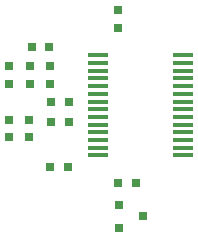
<source format=gbr>
G04 #@! TF.FileFunction,Paste,Top*
%FSLAX46Y46*%
G04 Gerber Fmt 4.6, Leading zero omitted, Abs format (unit mm)*
G04 Created by KiCad (PCBNEW 4.1.0-alpha+201606051201+6884~45~ubuntu16.04.1-product) date Tue Jun  7 15:38:57 2016*
%MOMM*%
%LPD*%
G01*
G04 APERTURE LIST*
%ADD10C,0.100000*%
%ADD11R,0.750000X0.800000*%
%ADD12R,0.800000X0.750000*%
%ADD13R,0.800100X0.800100*%
%ADD14R,1.750000X0.450000*%
G04 APERTURE END LIST*
D10*
D11*
X118200000Y-96250000D03*
X118200000Y-94750000D03*
D12*
X119750000Y-109400000D03*
X118250000Y-109400000D03*
X113950000Y-108000000D03*
X112450000Y-108000000D03*
X110900000Y-97900000D03*
X112400000Y-97900000D03*
X114050000Y-104200000D03*
X112550000Y-104200000D03*
D11*
X112500000Y-100950000D03*
X112500000Y-99450000D03*
X110800000Y-101000000D03*
X110800000Y-99500000D03*
X110700000Y-105500000D03*
X110700000Y-104000000D03*
D12*
X114050000Y-102500000D03*
X112550000Y-102500000D03*
D11*
X109000000Y-99500000D03*
X109000000Y-101000000D03*
X109000000Y-105500000D03*
X109000000Y-104000000D03*
D13*
X118299240Y-111250000D03*
X118299240Y-113150000D03*
X120298220Y-112200000D03*
D14*
X123700000Y-107025000D03*
X123700000Y-106375000D03*
X123700000Y-105725000D03*
X123700000Y-105075000D03*
X123700000Y-104425000D03*
X123700000Y-103775000D03*
X123700000Y-103125000D03*
X123700000Y-102475000D03*
X123700000Y-101825000D03*
X123700000Y-101175000D03*
X123700000Y-100525000D03*
X123700000Y-99875000D03*
X123700000Y-99225000D03*
X123700000Y-98575000D03*
X116500000Y-98575000D03*
X116500000Y-99225000D03*
X116500000Y-99875000D03*
X116500000Y-100525000D03*
X116500000Y-101175000D03*
X116500000Y-101825000D03*
X116500000Y-102475000D03*
X116500000Y-103125000D03*
X116500000Y-103775000D03*
X116500000Y-104425000D03*
X116500000Y-105075000D03*
X116500000Y-105725000D03*
X116500000Y-106375000D03*
X116500000Y-107025000D03*
M02*

</source>
